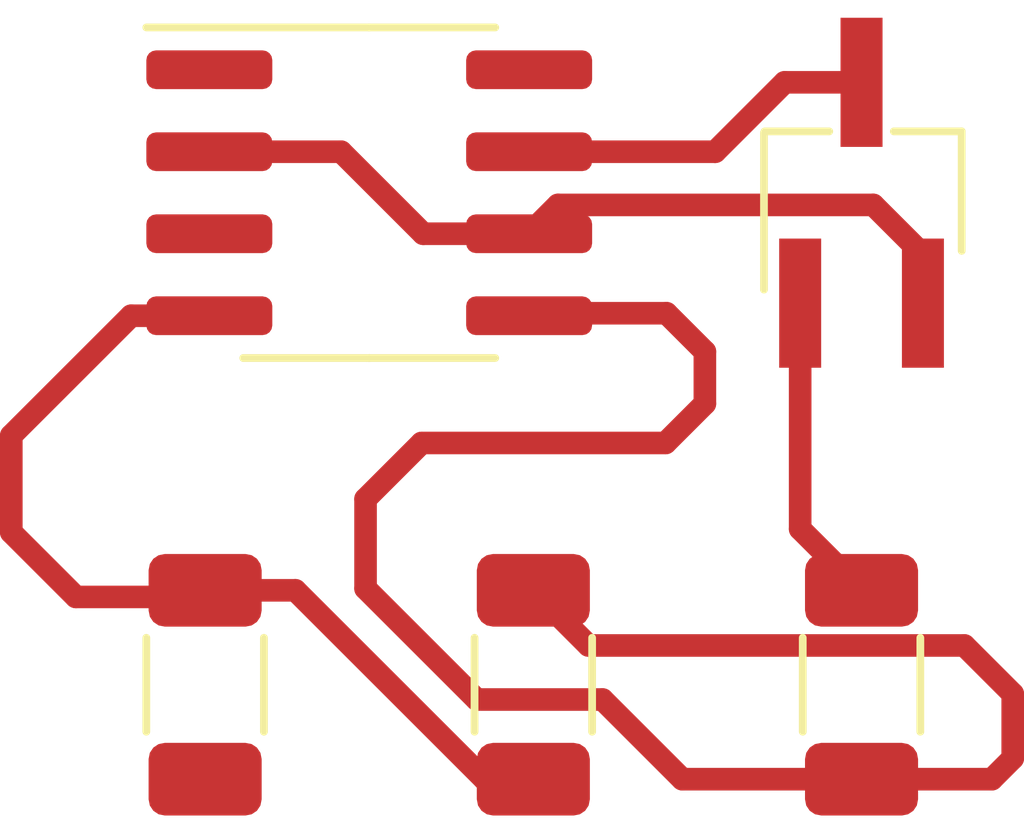
<source format=kicad_pcb>
(kicad_pcb (version 20211014) (generator pcbnew)
  (layers (0 "F.Cu" signal) (31 "B.Cu" signal) (34 "B.Paste" user) (35 "F.Paste" user) (36 "B.SilkS" user "B.Silkscreen") (37 "F.SilkS" user "F.Silkscreen") (38 "B.Mask" user) (39 "F.Mask" user) (44 "Edge.Cuts" user))
  (net 0 "")
  (footprint "Resistor_SMD:R_1206_3216Metric" (layer "F.Cu") (at 127 86.36 90)
    (fp_text reference "REF**" hide)
    (fp_text value "R_1206_3216Metric" hide)
    (fp_line (start -0.727064 -0.91) (end 0.727064 -0.91) (layer "F.SilkS") (width 0.12))
    (fp_line (start -0.727064 0.91) (end 0.727064 0.91) (layer "F.SilkS") (width 0.12))
    (pad "1" smd roundrect (at -1.4625 0 90) (size 1.125 1.75) (layers "F.Cu" "F.Paste" "F.Mask") (roundrect_rratio 0.2222222222))
    (pad "2" smd roundrect (at 1.4625 0 90) (size 1.125 1.75) (layers "F.Cu" "F.Paste" "F.Mask") (roundrect_rratio 0.2222222222))
  )
  (footprint "Package_SO:SOIC-8_3.9x4.9mm_P1.27mm" (layer "F.Cu") (at 129.54 78.74)
    (fp_text reference "REF**" hide)
    (fp_text value "SOIC-8_3.9x4.9mm_P1.27mm" hide)
    (fp_line (start 0 2.56) (end -1.95 2.56) (layer "F.SilkS") (width 0.12))
    (fp_line (start 0 2.56) (end 1.95 2.56) (layer "F.SilkS") (width 0.12))
    (fp_line (start 0 -2.56) (end -3.45 -2.56) (layer "F.SilkS") (width 0.12))
    (fp_line (start 0 -2.56) (end 1.95 -2.56) (layer "F.SilkS") (width 0.12))
    (pad "1" smd roundrect (at -2.475 -1.905) (size 1.95 0.6) (layers "F.Cu" "F.Paste" "F.Mask"))
    (pad "2" smd roundrect (at -2.475 -0.635) (size 1.95 0.6) (layers "F.Cu" "F.Paste" "F.Mask"))
    (pad "3" smd roundrect (at -2.475 0.635) (size 1.95 0.6) (layers "F.Cu" "F.Paste" "F.Mask"))
    (pad "4" smd roundrect (at -2.475 1.905) (size 1.95 0.6) (layers "F.Cu" "F.Paste" "F.Mask"))
    (pad "5" smd roundrect (at 2.475 1.905) (size 1.95 0.6) (layers "F.Cu" "F.Paste" "F.Mask"))
    (pad "6" smd roundrect (at 2.475 0.635) (size 1.95 0.6) (layers "F.Cu" "F.Paste" "F.Mask"))
    (pad "7" smd roundrect (at 2.475 -0.635) (size 1.95 0.6) (layers "F.Cu" "F.Paste" "F.Mask"))
    (pad "8" smd roundrect (at 2.475 -1.905) (size 1.95 0.6) (layers "F.Cu" "F.Paste" "F.Mask"))
  )
  (footprint "Package_TO_SOT_SMD:TSOT-23_HandSoldering" (layer "F.Cu") (at 137.16 78.74 90)
    (fp_text reference "REF**" hide)
    (fp_text value "TSOT-23_HandSoldering" hide)
    (fp_line (start 0.95 0.5) (end 0.95 1.55) (layer "F.SilkS") (width 0.12))
    (fp_line (start 0.95 1.55) (end -0.9 1.55) (layer "F.SilkS") (width 0.12))
    (fp_line (start 0.95 -1.5) (end 0.95 -0.5) (layer "F.SilkS") (width 0.12))
    (fp_line (start 0.93 -1.51) (end -1.5 -1.51) (layer "F.SilkS") (width 0.12))
    (pad "1" smd rect (at -1.71 -0.95 90) (size 2 0.65) (layers "F.Cu" "F.Paste" "F.Mask"))
    (pad "2" smd rect (at -1.71 0.95 90) (size 2 0.65) (layers "F.Cu" "F.Paste" "F.Mask"))
    (pad "3" smd rect (at 1.71 0 90) (size 2 0.65) (layers "F.Cu" "F.Paste" "F.Mask"))
  )
  (footprint "Resistor_SMD:R_1206_3216Metric" (layer "F.Cu") (at 137.16 86.36 90)
    (fp_text reference "REF**" hide)
    (fp_text value "R_1206_3216Metric" hide)
    (fp_line (start -0.727064 -0.91) (end 0.727064 -0.91) (layer "F.SilkS") (width 0.12))
    (fp_line (start -0.727064 0.91) (end 0.727064 0.91) (layer "F.SilkS") (width 0.12))
    (pad "1" smd roundrect (at -1.4625 0 90) (size 1.125 1.75) (layers "F.Cu" "F.Paste" "F.Mask") (roundrect_rratio 0.2222222222))
    (pad "2" smd roundrect (at 1.4625 0 90) (size 1.125 1.75) (layers "F.Cu" "F.Paste" "F.Mask") (roundrect_rratio 0.2222222222))
  )
  (footprint "Resistor_SMD:R_1206_3216Metric" (layer "F.Cu") (at 132.08 86.36 90)
    (fp_text reference "REF**" hide)
    (fp_text value "R_1206_3216Metric" hide)
    (fp_line (start -0.727064 -0.91) (end 0.727064 -0.91) (layer "F.SilkS") (width 0.12))
    (fp_line (start -0.727064 0.91) (end 0.727064 0.91) (layer "F.SilkS") (width 0.12))
    (pad "1" smd roundrect (at -1.4625 0 90) (size 1.125 1.75) (layers "F.Cu" "F.Paste" "F.Mask") (roundrect_rratio 0.2222222222))
    (pad "2" smd roundrect (at 1.4625 0 90) (size 1.125 1.75) (layers "F.Cu" "F.Paste" "F.Mask") (roundrect_rratio 0.2222222222))
  )
  (segment (start 136.21 80.45) (end 136.21 83.9475) (width 0.35) (layer "F.Cu") (net 0))
  (segment (start 137.16 87.8225) (end 134.385454 87.8225) (width 0.35) (layer "F.Cu") (net 0))
  (segment (start 134.126211 82.615719) (end 134.735139 82.006791) (width 0.35) (layer "F.Cu") (net 0))
  (segment (start 124 84) (end 125 85) (width 0.35) (layer "F.Cu") (net 0))
  (segment (start 128.3975 84.8975) (end 131.3225 87.8225) (width 0.35) (layer "F.Cu") (net 0))
  (segment (start 131.203357 86.588973) (end 129.483136 84.868752) (width 0.35) (layer "F.Cu") (net 0))
  (segment (start 129.483136 83.483441) (end 130.350858 82.615719) (width 0.35) (layer "F.Cu") (net 0))
  (segment (start 139.5 86.5) (end 139.5 87.5) (width 0.35) (layer "F.Cu") (net 0))
  (segment (start 131.3225 87.8225) (end 132.08 87.8225) (width 0.35) (layer "F.Cu") (net 0))
  (segment (start 135.97 77.03) (end 137.16 77.03) (width 0.35) (layer "F.Cu") (net 0))
  (segment (start 132.015 79.375) (end 130.375 79.375) (width 0.35) (layer "F.Cu") (net 0))
  (segment (start 127.065 80.645) (end 125.855 80.645) (width 0.35) (layer "F.Cu") (net 0))
  (segment (start 132.053743 80.606257) (end 132.015 80.645) (width 0.35) (layer "F.Cu") (net 0))
  (segment (start 134.141435 80.606257) (end 132.053743 80.606257) (width 0.35) (layer "F.Cu") (net 0))
  (segment (start 132.461223 78.928777) (end 132.015 79.375) (width 0.35) (layer "F.Cu") (net 0))
  (segment (start 130.350858 82.615719) (end 134.126211 82.615719) (width 0.35) (layer "F.Cu") (net 0))
  (segment (start 125 85) (end 126.8975 85) (width 0.35) (layer "F.Cu") (net 0))
  (segment (start 134.385454 87.8225) (end 133.151927 86.588973) (width 0.35) (layer "F.Cu") (net 0))
  (segment (start 129.483136 84.868752) (end 129.483136 83.483441) (width 0.35) (layer "F.Cu") (net 0))
  (segment (start 126.8975 85) (end 127 84.8975) (width 0.35) (layer "F.Cu") (net 0))
  (segment (start 125.855 80.645) (end 124 82.5) (width 0.35) (layer "F.Cu") (net 0))
  (segment (start 132.08 84.8975) (end 132.934197 85.751697) (width 0.35) (layer "F.Cu") (net 0))
  (segment (start 129.105 78.105) (end 127.065 78.105) (width 0.35) (layer "F.Cu") (net 0))
  (segment (start 134.735139 82.006791) (end 134.735139 81.199961) (width 0.35) (layer "F.Cu") (net 0))
  (segment (start 139.5 87.5) (end 139.1775 87.8225) (width 0.35) (layer "F.Cu") (net 0))
  (segment (start 132.015 78.105) (end 134.895 78.105) (width 0.35) (layer "F.Cu") (net 0))
  (segment (start 136.21 83.9475) (end 137.16 84.8975) (width 0.35) (layer "F.Cu") (net 0))
  (segment (start 134.735139 81.199961) (end 134.141435 80.606257) (width 0.35) (layer "F.Cu") (net 0))
  (segment (start 138.11 80.45) (end 138.11 79.696373) (width 0.35) (layer "F.Cu") (net 0))
  (segment (start 138.11 79.696373) (end 137.342404 78.928777) (width 0.35) (layer "F.Cu") (net 0))
  (segment (start 132.934197 85.751697) (end 138.751697 85.751697) (width 0.35) (layer "F.Cu") (net 0))
  (segment (start 138.751697 85.751697) (end 139.5 86.5) (width 0.35) (layer "F.Cu") (net 0))
  (segment (start 124 82.5) (end 124 84) (width 0.35) (layer "F.Cu") (net 0))
  (segment (start 133.151927 86.588973) (end 131.203357 86.588973) (width 0.35) (layer "F.Cu") (net 0))
  (segment (start 134.895 78.105) (end 135.97 77.03) (width 0.35) (layer "F.Cu") (net 0))
  (segment (start 139.1775 87.8225) (end 137.16 87.8225) (width 0.35) (layer "F.Cu") (net 0))
  (segment (start 130.375 79.375) (end 129.105 78.105) (width 0.35) (layer "F.Cu") (net 0))
  (segment (start 137.342404 78.928777) (end 132.461223 78.928777) (width 0.35) (layer "F.Cu") (net 0))
  (segment (start 127 84.8975) (end 128.3975 84.8975) (width 0.35) (layer "F.Cu") (net 0))
)
</source>
